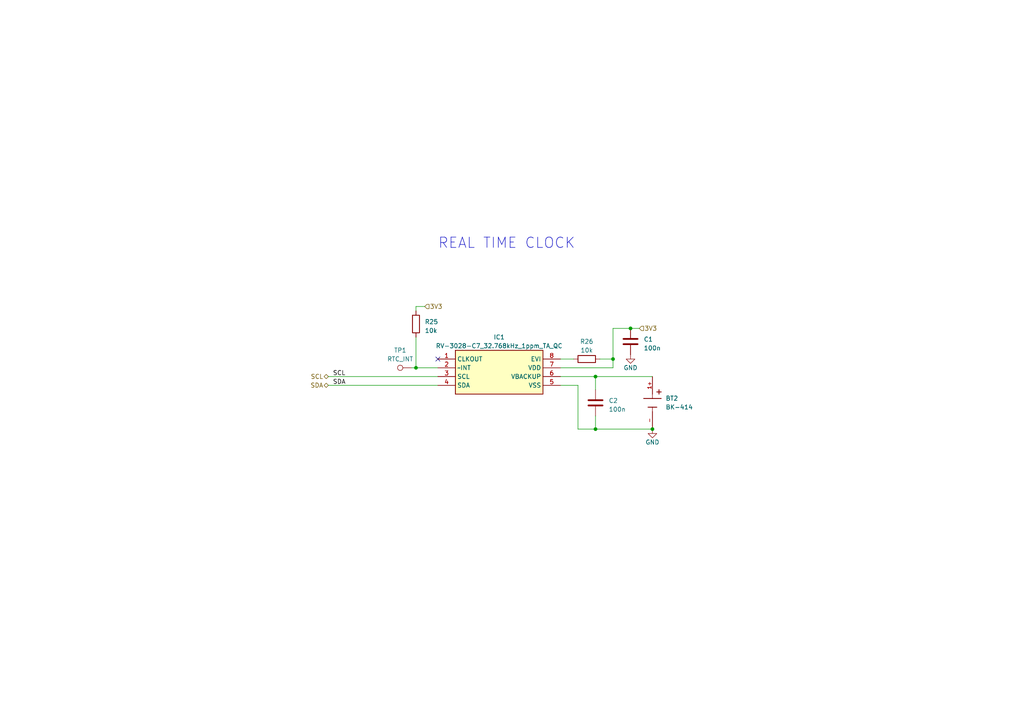
<source format=kicad_sch>
(kicad_sch (version 20231120) (generator "eeschema") (generator_version "8.0")
  (paper "A4")
  (title_block (title "Payload 2023 CM4 Board") (date "2023-04-25") (rev "0.1WIP") (company "AGH Space Systems") (comment 1 "Filip Tomczyk") (comment 2 "SQ3TLE.DEV"))
  (lib_symbols
    (symbol "BK-414:BK-414" (pin_names (offset 1.016) hide)
      (property "Reference" "BT" (at -3.81 3.81 0))
      (property "Value" "BK-414" (at -3.81 -5.08 0))
      (symbol "BK-414_0_0"
        (polyline (pts (xy -3.81 1.905) (xy -2.54 1.905)) (stroke (width 0.254)))
        (polyline (pts (xy -3.175 2.54) (xy -3.175 1.27)) (stroke (width 0.254)))
        (polyline (pts (xy -1.27 0) (xy -2.54 0)) (stroke (width 0.1524)))
        (polyline (pts (xy -1.27 0) (xy -1.27 -2.54)) (stroke (width 0.254)))
        (polyline (pts (xy -1.27 2.54) (xy -1.27 0)) (stroke (width 0.254)))
        (polyline (pts (xy 1.27 0) (xy 1.27 -1.27)) (stroke (width 0.254)))
        (polyline (pts (xy 1.27 0) (xy 2.54 0)) (stroke (width 0.1524)))
        (polyline (pts (xy 1.27 1.27) (xy 1.27 0)) (stroke (width 0.254)))
        (pin passive line (at 7.62 0 180) (length 5.08) (name "~") (number "-"))
        (pin passive line (at -7.62 0 0) (length 5.08) (name "~") (number "1+"))
      )
    )
    (symbol "Connector:TestPoint" (pin_numbers hide) (pin_names (offset 0.762) hide)
      (property "Reference" "TP" (at 0 6.858 0))
      (property "Value" "TestPoint" (at 0 5.08 0))
      (symbol "TestPoint_0_1"
        (circle (center 0 3.302) (radius 0.762))
      )
      (symbol "TestPoint_1_1"
        (pin passive line (at 0 0 90) (length 2.54) (name "1") (number "1"))
      )
    )
    (symbol "Device:C" (pin_numbers hide) (pin_names (offset 0.254))
      (property "Reference" "C" (at 0.635 2.54 0))
      (property "Value" "C" (at 0.635 -2.54 0))
      (symbol "C_0_1"
        (polyline (pts (xy -2.032 -0.762) (xy 2.032 -0.762)) (stroke (width 0.508)))
        (polyline (pts (xy -2.032 0.762) (xy 2.032 0.762)) (stroke (width 0.508)))
      )
      (symbol "C_1_1"
        (pin passive line (at 0 3.81 270) (length 2.794) (name "~") (number "1"))
        (pin passive line (at 0 -3.81 90) (length 2.794) (name "~") (number "2"))
      )
    )
    (symbol "Device:R" (pin_numbers hide) (pin_names (offset 0))
      (property "Reference" "R" (at 2.032 0 90))
      (property "Value" "R" (at 0 0 90))
      (symbol "R_0_1"
        (rectangle (start -1.016 -2.54) (end 1.016 2.54) (stroke (width 0.254)))
      )
      (symbol "R_1_1"
        (pin passive line (at 0 3.81 270) (length 1.27) (name "~") (number "1"))
        (pin passive line (at 0 -3.81 90) (length 1.27) (name "~") (number "2"))
      )
    )
    (symbol "LibLoader:RV-3028-C7_32.768kHz_1ppm_TA_QC"
      (property "Reference" "IC" (at 31.75 7.62 0))
      (property "Value" "RV-3028-C7_32.768kHz_1ppm_TA_QC" (at 31.75 5.08 0))
      (symbol "RV-3028-C7_32.768kHz_1ppm_TA_QC_1_1"
        (rectangle (start 5.08 2.54) (end 30.48 -10.16) (stroke (width 0.254)) (fill (type background)))
        (pin passive line (at 0 0 0) (length 5.08) (name "CLKOUT") (number "1"))
        (pin passive line (at 0 -2.54 0) (length 5.08) (name "~INT") (number "2"))
        (pin passive line (at 0 -5.08 0) (length 5.08) (name "SCL") (number "3"))
        (pin passive line (at 0 -7.62 0) (length 5.08) (name "SDA") (number "4"))
        (pin passive line (at 35.56 -7.62 180) (length 5.08) (name "VSS") (number "5"))
        (pin passive line (at 35.56 -5.08 180) (length 5.08) (name "VBACKUP") (number "6"))
        (pin passive line (at 35.56 -2.54 180) (length 5.08) (name "VDD") (number "7"))
        (pin passive line (at 35.56 0 180) (length 5.08) (name "EVI") (number "8"))
      )
    )
    (symbol "power:GND" (power) (pin_names (offset 0))
      (property "Value" "GND" (at 0 -3.81 0))
      (symbol "GND_0_1"
        (polyline (pts (xy 0 0) (xy 0 -1.27) (xy 1.27 -1.27) (xy 0 -2.54) (xy -1.27 -1.27) (xy 0 -1.27)))
      )
      (symbol "GND_1_1"
        (pin power_in line (at 0 0 270) (length 0) hide (name "GND") (number "1"))
      )
    )
  )
  (junction (at 182.88 95.25))
  (junction (at 172.72 109.22))
  (junction (at 189.23 124.46))
  (junction (at 172.72 124.46))
  (junction (at 120.65 106.68))
  (junction (at 177.8 104.14))
  (no_connect (at 127 104.14))
  (wire (pts (xy 119.38 106.68) (xy 120.65 106.68)))
  (wire (pts (xy 120.65 90.17) (xy 120.65 88.9)))
  (wire (pts (xy 120.65 106.68) (xy 127 106.68)))
  (wire (pts (xy 95.25 109.22) (xy 127 109.22)))
  (wire (pts (xy 162.56 106.68) (xy 177.8 106.68)))
  (wire (pts (xy 177.8 95.25) (xy 182.88 95.25)))
  (wire (pts (xy 177.8 104.14) (xy 177.8 106.68)))
  (wire (pts (xy 172.72 124.46) (xy 189.23 124.46)))
  (wire (pts (xy 162.56 109.22) (xy 172.72 109.22)))
  (wire (pts (xy 120.65 88.9) (xy 123.19 88.9)))
  (wire (pts (xy 172.72 124.46) (xy 167.64 124.46)))
  (wire (pts (xy 166.37 104.14) (xy 162.56 104.14)))
  (wire (pts (xy 172.72 120.65) (xy 172.72 124.46)))
  (wire (pts (xy 167.64 124.46) (xy 167.64 111.76)))
  (wire (pts (xy 167.64 111.76) (xy 162.56 111.76)))
  (wire (pts (xy 173.99 104.14) (xy 177.8 104.14)))
  (wire (pts (xy 120.65 97.79) (xy 120.65 106.68)))
  (wire (pts (xy 95.25 111.76) (xy 127 111.76)))
  (wire (pts (xy 177.8 95.25) (xy 177.8 104.14)))
  (wire (pts (xy 172.72 109.22) (xy 172.72 113.03)))
  (wire (pts (xy 182.88 95.25) (xy 185.42 95.25)))
  (wire (pts (xy 172.72 109.22) (xy 189.23 109.22)))
  (text "REAL TIME CLOCK" (at 127 72.39 0) (effects (font (size 3 3)) (justify left bottom)))
  (label "SCL" (at 96.52 109.22 0))
  (label "SDA" (at 96.52 111.76 0))
  (hierarchical_label "SCL" (shape bidirectional) (at 95.25 109.22 180))
  (hierarchical_label "3V3" (shape input) (at 123.19 88.9 0))
  (hierarchical_label "SDA" (shape bidirectional) (at 95.25 111.76 180))
  (hierarchical_label "3V3" (shape input) (at 185.42 95.25 0))
  (symbol (lib_id "Device:C") (at 172.72 116.84 0) (unit 1)
    (property "Reference" "C2" (at 176.53 116.205 0) (effects (justify left)))
    (property "Value" "100n" (at 176.53 118.745 0) (effects (justify left)))
    (property "Footprint" "Capacitor_SMD:C_0402_1005Metric" (effects (hide yes)))
  )
  (symbol (lib_id "Device:R") (at 170.18 104.14 90) (unit 1)
    (property "Reference" "R26" (at 170.18 99.06 90))
    (property "Value" "10k" (at 170.18 101.6 90))
    (property "Footprint" "Capacitor_SMD:C_0402_1005Metric" (effects (hide yes)))
  )
  (symbol (lib_id "power:GND") (at 182.88 102.87 0) (unit 1)
    (property "Reference" "#PWR05" (effects (hide yes)))
    (property "Value" "GND" (at 182.88 106.68 0))
  )
  (symbol (lib_id "Device:R") (at 120.65 93.98 0) (unit 1)
    (property "Reference" "R25" (at 123.19 93.345 0) (effects (justify left)))
    (property "Value" "10k" (at 123.19 95.885 0) (effects (justify left)))
    (property "Footprint" "Capacitor_SMD:C_0402_1005Metric" (effects (hide yes)))
  )
  (symbol (lib_id "power:GND") (at 189.23 124.46 0) (unit 1)
    (property "Reference" "#PWR03" (effects (hide yes)))
    (property "Value" "GND" (at 189.23 128.27 0))
  )
  (symbol (lib_id "Device:C") (at 182.88 99.06 0) (unit 1)
    (property "Reference" "C1" (at 186.69 98.425 0) (effects (justify left)))
    (property "Value" "100n" (at 186.69 100.965 0) (effects (justify left)))
    (property "Footprint" "Capacitor_SMD:C_0402_1005Metric" (effects (hide yes)))
  )
  (symbol (lib_id "Connector:TestPoint") (at 119.38 106.68 90) (unit 1)
    (property "Reference" "TP1" (at 116.078 101.6 90))
    (property "Value" "RTC_INT" (at 116.078 104.14 90))
    (property "Footprint" "TestPoint:TestPoint_Pad_D2.0mm" (effects (hide yes)))
  )
  (symbol (lib_id "BK-414:BK-414") (at 189.23 116.84 270) (unit 1)
    (property "Reference" "BT2" (at 193.04 115.5446 90) (effects (justify left)))
    (property "Value" "BK-414" (at 193.04 118.0846 90) (effects (justify left)))
    (property "Footprint" "SnapEDA Library:BAT_BK-414" (effects (hide yes)))
    (property "MANUFACTURER" "MPD" (effects (hide yes)))
    (property "STANDARD" "Manufacturer Recommendations" (effects (hide yes)))
    (property "PARTREV" "D" (effects (hide yes)))
    (property "MAXIMUM_PACKAGE_HEIGHT" "2.16mm" (effects (hide yes)))
  )
  (symbol (lib_id "LibLoader:RV-3028-C7_32.768kHz_1ppm_TA_QC") (at 127 104.14 0) (unit 1)
    (property "Reference" "IC1" (at 144.78 97.79 0))
    (property "Value" "RV-3028-C7_32.768kHz_1ppm_TA_QC" (at 144.78 100.33 0))
    (property "Footprint" "RV3028C732768kHz1ppmTAQC" (effects (hide yes)))
    (property "Datasheet" "https://www.mouser.de/datasheet/2/530/RV_3028_C7-1524919.pdf" (effects (hide yes)))
    (property "Height" "0.8" (effects (hide yes)))
    (property "Mouser Part Number" "428-203591-MG01" (effects (hide yes)))
    (property "Mouser Price/Stock" "https://www.mouser.co.uk/ProductDetail/Micro-Crystal/RV-3028-C7-32.768kHz-1ppm-TA-QC?qs=u16ybLDytRaU7ZFJl2AxfQ%3D%3D" (effects (hide yes)))
    (property "Manufacturer_Name" "Micro Crystal AG" (effects (hide yes)))
    (property "Manufacturer_Part_Number" "RV-3028-C7 32.768kHz 1ppm TA QC" (effects (hide yes)))
  )
)
</source>
